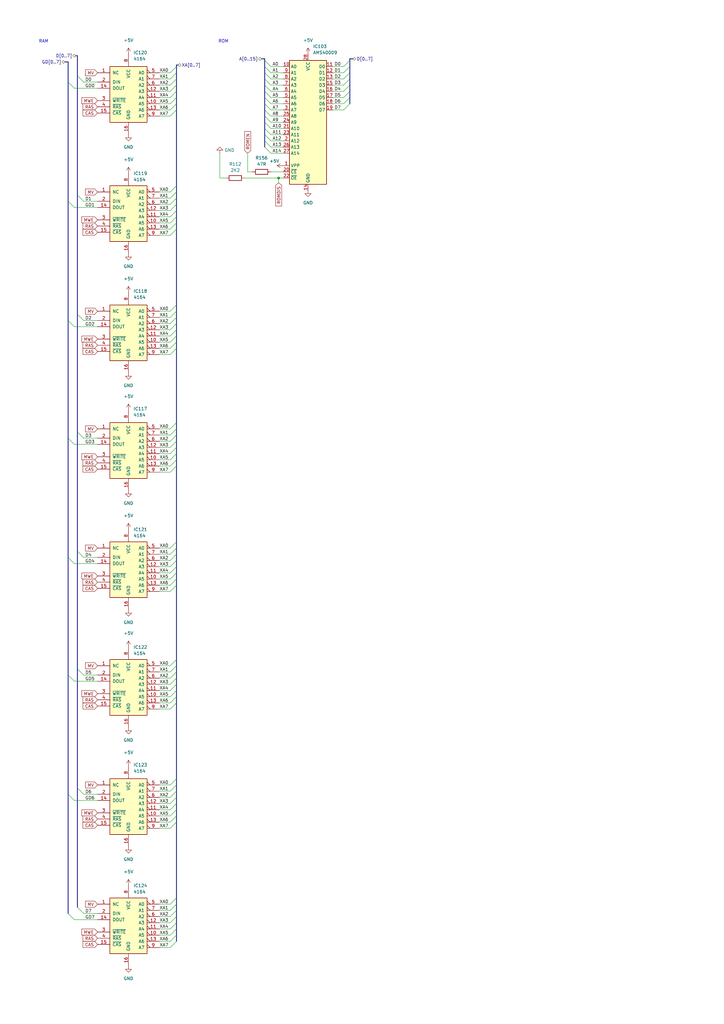
<source format=kicad_sch>
(kicad_sch (version 20211123) (generator eeschema)
  (paper "A3" portrait)
  (lib_symbols
    (symbol "4164_1" (pin_names (offset 1.016))
      (property "Reference" "U" (at -7.62 11.43 0))
      (property "Value" "4164_1" (at -5.08 -13.97 0))
      (symbol "4164_1_1_0"
        (pin bidirectional line (at -12.7 7.62 0) (length 5.08) (name "NC") (number "1"))
        (pin input output_low (at 12.7 -5.08 180) (length 5.08) (name "A5") (number "10"))
        (pin input output_low (at 12.7 -2.54 180) (length 5.08) (name "A4") (number "11"))
        (pin input output_low (at 12.7 0 180) (length 5.08) (name "A3") (number "12"))
        (pin input output_low (at 12.7 -7.62 180) (length 5.08) (name "A6") (number "13"))
        (pin output line (at -12.7 1.27 0) (length 5.08) (name "DOUT") (number "14"))
        (pin input line (at -12.7 -8.89 0) (length 5.08) (name "~{CAS}") (number "15"))
        (pin power_in line (at 0 -17.78 90) (length 5.08) (name "GND") (number "16"))
        (pin input line (at -12.7 3.81 0) (length 5.08) (name "DIN") (number "2"))
        (pin input line (at -12.7 -3.81 0) (length 5.08) (name "~{WRITE}") (number "3"))
        (pin input line (at -12.7 -6.35 0) (length 5.08) (name "~{RAS}") (number "4"))
        (pin input output_low (at 12.7 7.62 180) (length 5.08) (name "A0") (number "5"))
        (pin input output_low (at 12.7 2.54 180) (length 5.08) (name "A2") (number "6"))
        (pin input output_low (at 12.7 5.08 180) (length 5.08) (name "A1") (number "7"))
        (pin power_in line (at 0 15.24 270) (length 5.08) (name "VCC") (number "8"))
        (pin input output_low (at 12.7 -10.16 180) (length 5.08) (name "A7") (number "9"))
      )
      (symbol "4164_1_1_1"
        (rectangle (start -7.62 10.16) (end 7.62 -12.7) (stroke (width 0.254)) (fill (type background)))
      )
    )
    (symbol "4164_2" (pin_names (offset 1.016))
      (property "Reference" "U" (at -7.62 11.43 0))
      (property "Value" "4164_2" (at -5.08 -13.97 0))
      (symbol "4164_2_1_0"
        (pin bidirectional line (at -12.7 7.62 0) (length 5.08) (name "NC") (number "1"))
        (pin input output_low (at 12.7 -5.08 180) (length 5.08) (name "A5") (number "10"))
        (pin input output_low (at 12.7 -2.54 180) (length 5.08) (name "A4") (number "11"))
        (pin input output_low (at 12.7 0 180) (length 5.08) (name "A3") (number "12"))
        (pin input output_low (at 12.7 -7.62 180) (length 5.08) (name "A6") (number "13"))
        (pin output line (at -12.7 1.27 0) (length 5.08) (name "DOUT") (number "14"))
        (pin input line (at -12.7 -8.89 0) (length 5.08) (name "~{CAS}") (number "15"))
        (pin power_in line (at 0 -17.78 90) (length 5.08) (name "GND") (number "16"))
        (pin input line (at -12.7 3.81 0) (length 5.08) (name "DIN") (number "2"))
        (pin input line (at -12.7 -3.81 0) (length 5.08) (name "~{WRITE}") (number "3"))
        (pin input line (at -12.7 -6.35 0) (length 5.08) (name "~{RAS}") (number "4"))
        (pin input output_low (at 12.7 7.62 180) (length 5.08) (name "A0") (number "5"))
        (pin input output_low (at 12.7 2.54 180) (length 5.08) (name "A2") (number "6"))
        (pin input output_low (at 12.7 5.08 180) (length 5.08) (name "A1") (number "7"))
        (pin power_in line (at 0 15.24 270) (length 5.08) (name "VCC") (number "8"))
        (pin input output_low (at 12.7 -10.16 180) (length 5.08) (name "A7") (number "9"))
      )
      (symbol "4164_2_1_1"
        (rectangle (start -7.62 10.16) (end 7.62 -12.7) (stroke (width 0.254)) (fill (type background)))
      )
    )
    (symbol "4164_3" (pin_names (offset 1.016))
      (property "Reference" "U" (at -7.62 11.43 0))
      (property "Value" "4164_3" (at -5.08 -13.97 0))
      (symbol "4164_3_1_0"
        (pin bidirectional line (at -12.7 7.62 0) (length 5.08) (name "NC") (number "1"))
        (pin input output_low (at 12.7 -5.08 180) (length 5.08) (name "A5") (number "10"))
        (pin input output_low (at 12.7 -2.54 180) (length 5.08) (name "A4") (number "11"))
        (pin input output_low (at 12.7 0 180) (length 5.08) (name "A3") (number "12"))
        (pin input output_low (at 12.7 -7.62 180) (length 5.08) (name "A6") (number "13"))
        (pin output line (at -12.7 1.27 0) (length 5.08) (name "DOUT") (number "14"))
        (pin input line (at -12.7 -8.89 0) (length 5.08) (name "~{CAS}") (number "15"))
        (pin power_in line (at 0 -17.78 90) (length 5.08) (name "GND") (number "16"))
        (pin input line (at -12.7 3.81 0) (length 5.08) (name "DIN") (number "2"))
        (pin input line (at -12.7 -3.81 0) (length 5.08) (name "~{WRITE}") (number "3"))
        (pin input line (at -12.7 -6.35 0) (length 5.08) (name "~{RAS}") (number "4"))
        (pin input output_low (at 12.7 7.62 180) (length 5.08) (name "A0") (number "5"))
        (pin input output_low (at 12.7 2.54 180) (length 5.08) (name "A2") (number "6"))
        (pin input output_low (at 12.7 5.08 180) (length 5.08) (name "A1") (number "7"))
        (pin power_in line (at 0 15.24 270) (length 5.08) (name "VCC") (number "8"))
        (pin input output_low (at 12.7 -10.16 180) (length 5.08) (name "A7") (number "9"))
      )
      (symbol "4164_3_1_1"
        (rectangle (start -7.62 10.16) (end 7.62 -12.7) (stroke (width 0.254)) (fill (type background)))
      )
    )
    (symbol "4164_4" (pin_names (offset 1.016))
      (property "Reference" "U" (at -7.62 11.43 0))
      (property "Value" "4164_4" (at -5.08 -13.97 0))
      (symbol "4164_4_1_0"
        (pin bidirectional line (at -12.7 7.62 0) (length 5.08) (name "NC") (number "1"))
        (pin input output_low (at 12.7 -5.08 180) (length 5.08) (name "A5") (number "10"))
        (pin input output_low (at 12.7 -2.54 180) (length 5.08) (name "A4") (number "11"))
        (pin input output_low (at 12.7 0 180) (length 5.08) (name "A3") (number "12"))
        (pin input output_low (at 12.7 -7.62 180) (length 5.08) (name "A6") (number "13"))
        (pin output line (at -12.7 1.27 0) (length 5.08) (name "DOUT") (number "14"))
        (pin input line (at -12.7 -8.89 0) (length 5.08) (name "~{CAS}") (number "15"))
        (pin power_in line (at 0 -17.78 90) (length 5.08) (name "GND") (number "16"))
        (pin input line (at -12.7 3.81 0) (length 5.08) (name "DIN") (number "2"))
        (pin input line (at -12.7 -3.81 0) (length 5.08) (name "~{WRITE}") (number "3"))
        (pin input line (at -12.7 -6.35 0) (length 5.08) (name "~{RAS}") (number "4"))
        (pin input output_low (at 12.7 7.62 180) (length 5.08) (name "A0") (number "5"))
        (pin input output_low (at 12.7 2.54 180) (length 5.08) (name "A2") (number "6"))
        (pin input output_low (at 12.7 5.08 180) (length 5.08) (name "A1") (number "7"))
        (pin power_in line (at 0 15.24 270) (length 5.08) (name "VCC") (number "8"))
        (pin input output_low (at 12.7 -10.16 180) (length 5.08) (name "A7") (number "9"))
      )
      (symbol "4164_4_1_1"
        (rectangle (start -7.62 10.16) (end 7.62 -12.7) (stroke (width 0.254)) (fill (type background)))
      )
    )
    (symbol "4164_5" (pin_names (offset 1.016))
      (property "Reference" "U" (at -7.62 11.43 0))
      (property "Value" "4164_5" (at -5.08 -13.97 0))
      (symbol "4164_5_1_0"
        (pin bidirectional line (at -12.7 7.62 0) (length 5.08) (name "NC") (number "1"))
        (pin input output_low (at 12.7 -5.08 180) (length 5.08) (name "A5") (number "10"))
        (pin input output_low (at 12.7 -2.54 180) (length 5.08) (name "A4") (number "11"))
        (pin input output_low (at 12.7 0 180) (length 5.08) (name "A3") (number "12"))
        (pin input output_low (at 12.7 -7.62 180) (length 5.08) (name "A6") (number "13"))
        (pin output line (at -12.7 1.27 0) (length 5.08) (name "DOUT") (number "14"))
        (pin input line (at -12.7 -8.89 0) (length 5.08) (name "~{CAS}") (number "15"))
        (pin power_in line (at 0 -17.78 90) (length 5.08) (name "GND") (number "16"))
        (pin input line (at -12.7 3.81 0) (length 5.08) (name "DIN") (number "2"))
        (pin input line (at -12.7 -3.81 0) (length 5.08) (name "~{WRITE}") (number "3"))
        (pin input line (at -12.7 -6.35 0) (length 5.08) (name "~{RAS}") (number "4"))
        (pin input output_low (at 12.7 7.62 180) (length 5.08) (name "A0") (number "5"))
        (pin input output_low (at 12.7 2.54 180) (length 5.08) (name "A2") (number "6"))
        (pin input output_low (at 12.7 5.08 180) (length 5.08) (name "A1") (number "7"))
        (pin power_in line (at 0 15.24 270) (length 5.08) (name "VCC") (number "8"))
        (pin input output_low (at 12.7 -10.16 180) (length 5.08) (name "A7") (number "9"))
      )
      (symbol "4164_5_1_1"
        (rectangle (start -7.62 10.16) (end 7.62 -12.7) (stroke (width 0.254)) (fill (type background)))
      )
    )
    (symbol "4164_6" (pin_names (offset 1.016))
      (property "Reference" "U" (at -7.62 11.43 0))
      (property "Value" "4164_6" (at -5.08 -13.97 0))
      (symbol "4164_6_1_0"
        (pin bidirectional line (at -12.7 7.62 0) (length 5.08) (name "NC") (number "1"))
        (pin input output_low (at 12.7 -5.08 180) (length 5.08) (name "A5") (number "10"))
        (pin input output_low (at 12.7 -2.54 180) (length 5.08) (name "A4") (number "11"))
        (pin input output_low (at 12.7 0 180) (length 5.08) (name "A3") (number "12"))
        (pin input output_low (at 12.7 -7.62 180) (length 5.08) (name "A6") (number "13"))
        (pin output line (at -12.7 1.27 0) (length 5.08) (name "DOUT") (number "14"))
        (pin input line (at -12.7 -8.89 0) (length 5.08) (name "~{CAS}") (number "15"))
        (pin power_in line (at 0 -17.78 90) (length 5.08) (name "GND") (number "16"))
        (pin input line (at -12.7 3.81 0) (length 5.08) (name "DIN") (number "2"))
        (pin input line (at -12.7 -3.81 0) (length 5.08) (name "~{WRITE}") (number "3"))
        (pin input line (at -12.7 -6.35 0) (length 5.08) (name "~{RAS}") (number "4"))
        (pin input output_low (at 12.7 7.62 180) (length 5.08) (name "A0") (number "5"))
        (pin input output_low (at 12.7 2.54 180) (length 5.08) (name "A2") (number "6"))
        (pin input output_low (at 12.7 5.08 180) (length 5.08) (name "A1") (number "7"))
        (pin power_in line (at 0 15.24 270) (length 5.08) (name "VCC") (number "8"))
        (pin input output_low (at 12.7 -10.16 180) (length 5.08) (name "A7") (number "9"))
      )
      (symbol "4164_6_1_1"
        (rectangle (start -7.62 10.16) (end 7.62 -12.7) (stroke (width 0.254)) (fill (type background)))
      )
    )
    (symbol "4164_7" (pin_names (offset 1.016))
      (property "Reference" "U" (at -7.62 11.43 0))
      (property "Value" "4164_7" (at -5.08 -13.97 0))
      (symbol "4164_7_1_0"
        (pin bidirectional line (at -12.7 7.62 0) (length 5.08) (name "NC") (number "1"))
        (pin input output_low (at 12.7 -5.08 180) (length 5.08) (name "A5") (number "10"))
        (pin input output_low (at 12.7 -2.54 180) (length 5.08) (name "A4") (number "11"))
        (pin input output_low (at 12.7 0 180) (length 5.08) (name "A3") (number "12"))
        (pin input output_low (at 12.7 -7.62 180) (length 5.08) (name "A6") (number "13"))
        (pin output line (at -12.7 1.27 0) (length 5.08) (name "DOUT") (number "14"))
        (pin input line (at -12.7 -8.89 0) (length 5.08) (name "~{CAS}") (number "15"))
        (pin power_in line (at 0 -17.78 90) (length 5.08) (name "GND") (number "16"))
        (pin input line (at -12.7 3.81 0) (length 5.08) (name "DIN") (number "2"))
        (pin input line (at -12.7 -3.81 0) (length 5.08) (name "~{WRITE}") (number "3"))
        (pin input line (at -12.7 -6.35 0) (length 5.08) (name "~{RAS}") (number "4"))
        (pin input output_low (at 12.7 7.62 180) (length 5.08) (name "A0") (number "5"))
        (pin input output_low (at 12.7 2.54 180) (length 5.08) (name "A2") (number "6"))
        (pin input output_low (at 12.7 5.08 180) (length 5.08) (name "A1") (number "7"))
        (pin power_in line (at 0 15.24 270) (length 5.08) (name "VCC") (number "8"))
        (pin input output_low (at 12.7 -10.16 180) (length 5.08) (name "A7") (number "9"))
      )
      (symbol "4164_7_1_1"
        (rectangle (start -7.62 10.16) (end 7.62 -12.7) (stroke (width 0.254)) (fill (type background)))
      )
    )
    (symbol "Amstrad:4164" (pin_names (offset 1.016))
      (property "Reference" "U" (at -7.62 11.43 0))
      (property "Value" "4164" (at -5.08 -13.97 0))
      (symbol "4164_1_0"
        (pin bidirectional line (at -12.7 7.62 0) (length 5.08) (name "NC") (number "1"))
        (pin input output_low (at 12.7 -5.08 180) (length 5.08) (name "A5") (number "10"))
        (pin input output_low (at 12.7 -2.54 180) (length 5.08) (name "A4") (number "11"))
        (pin input output_low (at 12.7 0 180) (length 5.08) (name "A3") (number "12"))
        (pin input output_low (at 12.7 -7.62 180) (length 5.08) (name "A6") (number "13"))
        (pin output line (at -12.7 1.27 0) (length 5.08) (name "DOUT") (number "14"))
        (pin input line (at -12.7 -8.89 0) (length 5.08) (name "~{CAS}") (number "15"))
        (pin power_in line (at 0 -17.78 90) (length 5.08) (name "GND") (number "16"))
        (pin input line (at -12.7 3.81 0) (length 5.08) (name "DIN") (number "2"))
        (pin input line (at -12.7 -3.81 0) (length 5.08) (name "~{WRITE}") (number "3"))
        (pin input line (at -12.7 -6.35 0) (length 5.08) (name "~{RAS}") (number "4"))
        (pin input output_low (at 12.7 7.62 180) (length 5.08) (name "A0") (number "5"))
        (pin input output_low (at 12.7 2.54 180) (length 5.08) (name "A2") (number "6"))
        (pin input output_low (at 12.7 5.08 180) (length 5.08) (name "A1") (number "7"))
        (pin power_in line (at 0 15.24 270) (length 5.08) (name "VCC") (number "8"))
        (pin input output_low (at 12.7 -10.16 180) (length 5.08) (name "A7") (number "9"))
      )
      (symbol "4164_1_1"
        (rectangle (start -7.62 10.16) (end 7.62 -12.7) (stroke (width 0.254)) (fill (type background)))
      )
    )
    (symbol "Device:R" (pin_numbers hide) (pin_names (offset 0))
      (property "Reference" "R" (at 2.032 0 90))
      (property "Value" "R" (at 0 0 90))
      (symbol "R_0_1"
        (rectangle (start -1.016 -2.54) (end 1.016 2.54) (stroke (width 0.254)))
      )
      (symbol "R_1_1"
        (pin passive line (at 0 3.81 270) (length 1.27) (name "~") (number "1"))
        (pin passive line (at 0 -3.81 90) (length 1.27) (name "~") (number "2"))
      )
    )
    (symbol "Memory_EPROM:27C256"
      (property "Reference" "U" (at -7.62 26.67 0))
      (property "Value" "27C256" (at 2.54 -26.67 0))
      (symbol "27C256_1_1"
        (rectangle (start -7.62 25.4) (end 7.62 -25.4) (stroke (width 0.254)) (fill (type background)))
        (pin input line (at -10.16 -17.78 0) (length 2.54) (name "VPP") (number "1"))
        (pin input line (at -10.16 22.86 0) (length 2.54) (name "A0") (number "10"))
        (pin tri_state line (at 10.16 22.86 180) (length 2.54) (name "D0") (number "11"))
        (pin tri_state line (at 10.16 20.32 180) (length 2.54) (name "D1") (number "12"))
        (pin tri_state line (at 10.16 17.78 180) (length 2.54) (name "D2") (number "13"))
        (pin power_in line (at 0 -27.94 90) (length 2.54) (name "GND") (number "14"))
        (pin tri_state line (at 10.16 15.24 180) (length 2.54) (name "D3") (number "15"))
        (pin tri_state line (at 10.16 12.7 180) (length 2.54) (name "D4") (number "16"))
        (pin tri_state line (at 10.16 10.16 180) (length 2.54) (name "D5") (number "17"))
        (pin tri_state line (at 10.16 7.62 180) (length 2.54) (name "D6") (number "18"))
        (pin tri_state line (at 10.16 5.08 180) (length 2.54) (name "D7") (number "19"))
        (pin input line (at -10.16 -7.62 0) (length 2.54) (name "A12") (number "2"))
        (pin input line (at -10.16 -20.32 0) (length 2.54) (name "~{CE}") (number "20"))
        (pin input line (at -10.16 -2.54 0) (length 2.54) (name "A10") (number "21"))
        (pin input line (at -10.16 -22.86 0) (length 2.54) (name "~{OE}") (number "22"))
        (pin input line (at -10.16 -5.08 0) (length 2.54) (name "A11") (number "23"))
        (pin input line (at -10.16 0 0) (length 2.54) (name "A9") (number "24"))
        (pin input line (at -10.16 2.54 0) (length 2.54) (name "A8") (number "25"))
        (pin input line (at -10.16 -10.16 0) (length 2.54) (name "A13") (number "26"))
        (pin input line (at -10.16 -12.7 0) (length 2.54) (name "A14") (number "27"))
        (pin power_in line (at 0 27.94 270) (length 2.54) (name "VCC") (number "28"))
        (pin input line (at -10.16 5.08 0) (length 2.54) (name "A7") (number "3"))
        (pin input line (at -10.16 7.62 0) (length 2.54) (name "A6") (number "4"))
        (pin input line (at -10.16 10.16 0) (length 2.54) (name "A5") (number "5"))
        (pin input line (at -10.16 12.7 0) (length 2.54) (name "A4") (number "6"))
        (pin input line (at -10.16 15.24 0) (length 2.54) (name "A3") (number "7"))
        (pin input line (at -10.16 17.78 0) (length 2.54) (name "A2") (number "8"))
        (pin input line (at -10.16 20.32 0) (length 2.54) (name "A1") (number "9"))
      )
    )
    (symbol "power:+5V" (power) (pin_names (offset 0))
      (property "Value" "+5V" (at 0 3.556 0))
      (symbol "+5V_0_1"
        (polyline (pts (xy -0.762 1.27) (xy 0 2.54)))
        (polyline (pts (xy 0 0) (xy 0 2.54)))
        (polyline (pts (xy 0 2.54) (xy 0.762 1.27)))
      )
      (symbol "+5V_1_1"
        (pin power_in line (at 0 0 90) (length 0) hide (name "+5V") (number "1"))
      )
    )
    (symbol "power:GND" (power) (pin_names (offset 0))
      (property "Value" "GND" (at 0 -3.81 0))
      (symbol "GND_0_1"
        (polyline (pts (xy 0 0) (xy 0 -1.27) (xy 1.27 -1.27) (xy 0 -2.54) (xy -1.27 -1.27) (xy 0 -1.27)))
      )
      (symbol "GND_1_1"
        (pin power_in line (at 0 0 270) (length 0) hide (name "GND") (number "1"))
      )
    )
  )
  (junction (at 114.3 73.025))
  (bus_entry (at 69.85 45.085) (size 2.54 -2.54))
  (bus_entry (at 27.94 33.655) (size 2.54 2.54))
  (bus_entry (at 31.75 31.115) (size 2.54 2.54))
  (bus_entry (at 108.585 52.705) (size 2.54 2.54))
  (bus_entry (at 69.85 130.175) (size 2.54 -2.54))
  (bus_entry (at 69.85 332.105) (size 2.54 -2.54))
  (bus_entry (at 69.85 240.03) (size 2.54 -2.54))
  (bus_entry (at 69.85 88.9) (size 2.54 -2.54))
  (bus_entry (at 69.85 175.895) (size 2.54 -2.54))
  (bus_entry (at 69.85 280.67) (size 2.54 -2.54))
  (bus_entry (at 69.85 334.645) (size 2.54 -2.54))
  (bus_entry (at 69.85 180.975) (size 2.54 -2.54))
  (bus_entry (at 69.85 242.57) (size 2.54 -2.54))
  (bus_entry (at 69.85 370.84) (size 2.54 -2.54))
  (bus_entry (at 69.85 232.41) (size 2.54 -2.54))
  (bus_entry (at 69.85 78.74) (size 2.54 -2.54))
  (bus_entry (at 69.85 186.055) (size 2.54 -2.54))
  (bus_entry (at 31.75 177.165) (size 2.54 2.54))
  (bus_entry (at 69.85 42.545) (size 2.54 -2.54))
  (bus_entry (at 69.85 193.675) (size 2.54 -2.54))
  (bus_entry (at 69.85 93.98) (size 2.54 -2.54))
  (bus_entry (at 69.85 188.595) (size 2.54 -2.54))
  (bus_entry (at 69.85 142.875) (size 2.54 -2.54))
  (bus_entry (at 108.585 37.465) (size 2.54 2.54))
  (bus_entry (at 108.585 50.165) (size 2.54 2.54))
  (bus_entry (at 108.585 29.845) (size 2.54 2.54))
  (bus_entry (at 108.585 34.925) (size 2.54 2.54))
  (bus_entry (at 108.585 57.785) (size 2.54 2.54))
  (bus_entry (at 108.585 60.325) (size 2.54 2.54))
  (bus_entry (at 108.585 55.245) (size 2.54 2.54))
  (bus_entry (at 69.85 327.025) (size 2.54 -2.54))
  (bus_entry (at 108.585 42.545) (size 2.54 2.54))
  (bus_entry (at 69.85 135.255) (size 2.54 -2.54))
  (bus_entry (at 69.85 339.725) (size 2.54 -2.54))
  (bus_entry (at 108.585 40.005) (size 2.54 2.54))
  (bus_entry (at 108.585 32.385) (size 2.54 2.54))
  (bus_entry (at 69.85 96.52) (size 2.54 -2.54))
  (bus_entry (at 69.85 32.385) (size 2.54 -2.54))
  (bus_entry (at 140.97 32.385) (size 2.54 -2.54))
  (bus_entry (at 69.85 224.79) (size 2.54 -2.54))
  (bus_entry (at 27.94 179.705) (size 2.54 2.54))
  (bus_entry (at 69.85 86.36) (size 2.54 -2.54))
  (bus_entry (at 27.94 325.755) (size 2.54 2.54))
  (bus_entry (at 69.85 40.005) (size 2.54 -2.54))
  (bus_entry (at 27.94 82.55) (size 2.54 2.54))
  (bus_entry (at 69.85 91.44) (size 2.54 -2.54))
  (bus_entry (at 69.85 137.795) (size 2.54 -2.54))
  (bus_entry (at 108.585 24.765) (size 2.54 2.54))
  (bus_entry (at 69.85 278.13) (size 2.54 -2.54))
  (bus_entry (at 69.85 321.945) (size 2.54 -2.54))
  (bus_entry (at 31.75 274.32) (size 2.54 2.54))
  (bus_entry (at 69.85 375.92) (size 2.54 -2.54))
  (bus_entry (at 69.85 81.28) (size 2.54 -2.54))
  (bus_entry (at 69.85 283.21) (size 2.54 -2.54))
  (bus_entry (at 69.85 378.46) (size 2.54 -2.54))
  (bus_entry (at 69.85 381) (size 2.54 -2.54))
  (bus_entry (at 69.85 47.625) (size 2.54 -2.54))
  (bus_entry (at 31.75 323.215) (size 2.54 2.54))
  (bus_entry (at 140.97 37.465) (size 2.54 -2.54))
  (bus_entry (at 69.85 273.05) (size 2.54 -2.54))
  (bus_entry (at 108.585 27.305) (size 2.54 2.54))
  (bus_entry (at 69.85 140.335) (size 2.54 -2.54))
  (bus_entry (at 27.94 131.445) (size 2.54 2.54))
  (bus_entry (at 140.97 34.925) (size 2.54 -2.54))
  (bus_entry (at 69.85 383.54) (size 2.54 -2.54))
  (bus_entry (at 140.97 40.005) (size 2.54 -2.54))
  (bus_entry (at 140.97 29.845) (size 2.54 -2.54))
  (bus_entry (at 69.85 324.485) (size 2.54 -2.54))
  (bus_entry (at 31.75 128.905) (size 2.54 2.54))
  (bus_entry (at 69.85 178.435) (size 2.54 -2.54))
  (bus_entry (at 69.85 386.08) (size 2.54 -2.54))
  (bus_entry (at 69.85 227.33) (size 2.54 -2.54))
  (bus_entry (at 69.85 285.75) (size 2.54 -2.54))
  (bus_entry (at 69.85 234.95) (size 2.54 -2.54))
  (bus_entry (at 69.85 29.845) (size 2.54 -2.54))
  (bus_entry (at 69.85 83.82) (size 2.54 -2.54))
  (bus_entry (at 27.94 228.6) (size 2.54 2.54))
  (bus_entry (at 31.75 226.06) (size 2.54 2.54))
  (bus_entry (at 140.97 27.305) (size 2.54 -2.54))
  (bus_entry (at 69.85 329.565) (size 2.54 -2.54))
  (bus_entry (at 69.85 191.135) (size 2.54 -2.54))
  (bus_entry (at 27.94 374.65) (size 2.54 2.54))
  (bus_entry (at 69.85 229.87) (size 2.54 -2.54))
  (bus_entry (at 108.585 47.625) (size 2.54 2.54))
  (bus_entry (at 69.85 37.465) (size 2.54 -2.54))
  (bus_entry (at 69.85 132.715) (size 2.54 -2.54))
  (bus_entry (at 140.97 42.545) (size 2.54 -2.54))
  (bus_entry (at 69.85 290.83) (size 2.54 -2.54))
  (bus_entry (at 69.85 388.62) (size 2.54 -2.54))
  (bus_entry (at 69.85 34.925) (size 2.54 -2.54))
  (bus_entry (at 69.85 127.635) (size 2.54 -2.54))
  (bus_entry (at 69.85 183.515) (size 2.54 -2.54))
  (bus_entry (at 108.585 45.085) (size 2.54 2.54))
  (bus_entry (at 31.75 80.01) (size 2.54 2.54))
  (bus_entry (at 69.85 288.29) (size 2.54 -2.54))
  (bus_entry (at 69.85 337.185) (size 2.54 -2.54))
  (bus_entry (at 140.97 45.085) (size 2.54 -2.54))
  (bus_entry (at 69.85 145.415) (size 2.54 -2.54))
  (bus_entry (at 69.85 237.49) (size 2.54 -2.54))
  (bus_entry (at 27.94 276.86) (size 2.54 2.54))
  (bus_entry (at 31.75 372.11) (size 2.54 2.54))
  (bus_entry (at 69.85 275.59) (size 2.54 -2.54))
  (bus_entry (at 69.85 373.38) (size 2.54 -2.54))
  (bus (pts (xy 72.39 135.255) (xy 72.39 137.795)))
  (wire (pts (xy 65.405 45.085) (xy 69.85 45.085)))
  (wire (pts (xy 101.6 62.865) (xy 101.6 70.485)))
  (bus (pts (xy 31.75 22.86) (xy 31.75 31.115)))
  (bus (pts (xy 72.39 191.135) (xy 72.39 222.25)))
  (bus (pts (xy 72.39 45.085) (xy 72.39 76.2)))
  (wire (pts (xy 111.125 52.705) (xy 116.205 52.705)))
  (wire (pts (xy 114.3 73.025) (xy 114.3 74.93)))
  (wire (pts (xy 30.48 36.195) (xy 40.005 36.195)))
  (bus (pts (xy 72.39 29.845) (xy 72.39 32.385)))
  (wire (pts (xy 34.29 276.86) (xy 40.005 276.86)))
  (bus (pts (xy 27.94 325.755) (xy 27.94 374.65)))
  (bus (pts (xy 72.39 273.05) (xy 72.39 275.59)))
  (wire (pts (xy 65.405 329.565) (xy 69.85 329.565)))
  (wire (pts (xy 65.405 145.415) (xy 69.85 145.415)))
  (bus (pts (xy 72.39 240.03) (xy 72.39 270.51)))
  (bus (pts (xy 27.94 25.4) (xy 27.94 33.655)))
  (bus (pts (xy 72.39 370.84) (xy 72.39 373.38)))
  (bus (pts (xy 72.39 78.74) (xy 72.39 81.28)))
  (wire (pts (xy 65.405 191.135) (xy 69.85 191.135)))
  (wire (pts (xy 65.405 132.715) (xy 69.85 132.715)))
  (bus (pts (xy 72.39 319.405) (xy 72.39 321.945)))
  (wire (pts (xy 65.405 130.175) (xy 69.85 130.175)))
  (wire (pts (xy 65.405 332.105) (xy 69.85 332.105)))
  (bus (pts (xy 108.585 34.925) (xy 108.585 37.465)))
  (wire (pts (xy 65.405 275.59) (xy 69.85 275.59)))
  (wire (pts (xy 65.405 232.41) (xy 69.85 232.41)))
  (wire (pts (xy 111.125 34.925) (xy 116.205 34.925)))
  (bus (pts (xy 31.75 31.115) (xy 31.75 80.01)))
  (bus (pts (xy 72.39 173.355) (xy 72.39 175.895)))
  (bus (pts (xy 143.51 40.005) (xy 143.51 42.545)))
  (bus (pts (xy 27.94 82.55) (xy 27.94 131.445)))
  (wire (pts (xy 65.405 234.95) (xy 69.85 234.95)))
  (wire (pts (xy 65.405 224.79) (xy 69.85 224.79)))
  (bus (pts (xy 143.51 29.845) (xy 143.51 32.385)))
  (bus (pts (xy 72.39 125.095) (xy 72.39 127.635)))
  (wire (pts (xy 65.405 381) (xy 69.85 381)))
  (bus (pts (xy 108.585 50.165) (xy 108.585 52.705)))
  (bus (pts (xy 72.39 76.2) (xy 72.39 78.74)))
  (bus (pts (xy 72.39 337.185) (xy 72.39 368.3)))
  (wire (pts (xy 30.48 231.14) (xy 40.005 231.14)))
  (bus (pts (xy 143.51 37.465) (xy 143.51 40.005)))
  (bus (pts (xy 72.39 368.3) (xy 72.39 370.84)))
  (bus (pts (xy 108.585 29.845) (xy 108.585 32.385)))
  (wire (pts (xy 111.125 45.085) (xy 116.205 45.085)))
  (wire (pts (xy 111.125 60.325) (xy 116.205 60.325)))
  (wire (pts (xy 65.405 93.98) (xy 69.85 93.98)))
  (bus (pts (xy 108.585 55.245) (xy 108.585 57.785)))
  (bus (pts (xy 72.39 334.645) (xy 72.39 337.185)))
  (bus (pts (xy 72.39 234.95) (xy 72.39 237.49)))
  (wire (pts (xy 65.405 334.645) (xy 69.85 334.645)))
  (wire (pts (xy 65.405 88.9) (xy 69.85 88.9)))
  (bus (pts (xy 72.39 34.925) (xy 72.39 37.465)))
  (bus (pts (xy 72.39 381) (xy 72.39 383.54)))
  (bus (pts (xy 72.39 229.87) (xy 72.39 232.41)))
  (bus (pts (xy 26.67 25.4) (xy 27.94 25.4)))
  (bus (pts (xy 143.51 32.385) (xy 143.51 34.925)))
  (bus (pts (xy 27.94 131.445) (xy 27.94 179.705)))
  (bus (pts (xy 72.39 130.175) (xy 72.39 132.715)))
  (bus (pts (xy 72.39 40.005) (xy 72.39 42.545)))
  (wire (pts (xy 111.125 37.465) (xy 116.205 37.465)))
  (bus (pts (xy 72.39 288.29) (xy 72.39 319.405)))
  (wire (pts (xy 65.405 32.385) (xy 69.85 32.385)))
  (wire (pts (xy 65.405 324.485) (xy 69.85 324.485)))
  (bus (pts (xy 72.39 227.33) (xy 72.39 229.87)))
  (bus (pts (xy 72.39 373.38) (xy 72.39 375.92)))
  (bus (pts (xy 72.39 186.055) (xy 72.39 188.595)))
  (wire (pts (xy 65.405 337.185) (xy 69.85 337.185)))
  (wire (pts (xy 65.405 188.595) (xy 69.85 188.595)))
  (wire (pts (xy 65.405 339.725) (xy 69.85 339.725)))
  (wire (pts (xy 65.405 242.57) (xy 69.85 242.57)))
  (wire (pts (xy 65.405 96.52) (xy 69.85 96.52)))
  (wire (pts (xy 30.48 85.09) (xy 40.005 85.09)))
  (bus (pts (xy 27.94 276.86) (xy 27.94 325.755)))
  (bus (pts (xy 108.585 40.005) (xy 108.585 42.545)))
  (bus (pts (xy 143.51 24.765) (xy 143.51 27.305)))
  (bus (pts (xy 72.39 329.565) (xy 72.39 332.105)))
  (bus (pts (xy 72.39 332.105) (xy 72.39 334.645)))
  (bus (pts (xy 72.39 222.25) (xy 72.39 224.79)))
  (bus (pts (xy 72.39 327.025) (xy 72.39 329.565)))
  (wire (pts (xy 65.405 40.005) (xy 69.85 40.005)))
  (bus (pts (xy 108.585 52.705) (xy 108.585 55.245)))
  (wire (pts (xy 103.505 70.485) (xy 101.6 70.485)))
  (wire (pts (xy 30.48 279.4) (xy 40.005 279.4)))
  (bus (pts (xy 72.39 93.98) (xy 72.39 125.095)))
  (wire (pts (xy 34.29 33.655) (xy 40.005 33.655)))
  (bus (pts (xy 72.39 283.21) (xy 72.39 285.75)))
  (wire (pts (xy 65.405 280.67) (xy 69.85 280.67)))
  (wire (pts (xy 65.405 42.545) (xy 69.85 42.545)))
  (bus (pts (xy 72.39 26.67) (xy 72.39 27.305)))
  (wire (pts (xy 65.405 278.13) (xy 69.85 278.13)))
  (wire (pts (xy 65.405 375.92) (xy 69.85 375.92)))
  (bus (pts (xy 72.39 237.49) (xy 72.39 240.03)))
  (wire (pts (xy 111.125 62.865) (xy 116.205 62.865)))
  (wire (pts (xy 65.405 34.925) (xy 69.85 34.925)))
  (wire (pts (xy 65.405 229.87) (xy 69.85 229.87)))
  (wire (pts (xy 111.125 47.625) (xy 116.205 47.625)))
  (wire (pts (xy 65.405 47.625) (xy 69.85 47.625)))
  (bus (pts (xy 72.39 183.515) (xy 72.39 186.055)))
  (wire (pts (xy 136.525 42.545) (xy 140.97 42.545)))
  (wire (pts (xy 65.405 178.435) (xy 69.85 178.435)))
  (wire (pts (xy 65.405 237.49) (xy 69.85 237.49)))
  (bus (pts (xy 72.39 127.635) (xy 72.39 130.175)))
  (wire (pts (xy 65.405 86.36) (xy 69.85 86.36)))
  (bus (pts (xy 72.39 178.435) (xy 72.39 180.975)))
  (wire (pts (xy 136.525 27.305) (xy 140.97 27.305)))
  (bus (pts (xy 108.585 57.785) (xy 108.585 60.325)))
  (bus (pts (xy 108.585 24.13) (xy 108.585 24.765)))
  (wire (pts (xy 65.405 373.38) (xy 69.85 373.38)))
  (bus (pts (xy 72.39 232.41) (xy 72.39 234.95)))
  (wire (pts (xy 34.29 374.65) (xy 40.005 374.65)))
  (wire (pts (xy 111.125 42.545) (xy 116.205 42.545)))
  (bus (pts (xy 72.39 137.795) (xy 72.39 140.335)))
  (wire (pts (xy 136.525 45.085) (xy 140.97 45.085)))
  (wire (pts (xy 136.525 34.925) (xy 140.97 34.925)))
  (bus (pts (xy 72.39 275.59) (xy 72.39 278.13)))
  (wire (pts (xy 65.405 135.255) (xy 69.85 135.255)))
  (bus (pts (xy 31.115 22.86) (xy 31.75 22.86)))
  (bus (pts (xy 72.39 375.92) (xy 72.39 378.46)))
  (wire (pts (xy 65.405 137.795) (xy 69.85 137.795)))
  (wire (pts (xy 34.29 179.705) (xy 40.005 179.705)))
  (wire (pts (xy 111.125 50.165) (xy 116.205 50.165)))
  (wire (pts (xy 65.405 288.29) (xy 69.85 288.29)))
  (bus (pts (xy 72.39 180.975) (xy 72.39 183.515)))
  (wire (pts (xy 65.405 175.895) (xy 69.85 175.895)))
  (wire (pts (xy 65.405 193.675) (xy 69.85 193.675)))
  (bus (pts (xy 72.39 224.79) (xy 72.39 227.33)))
  (wire (pts (xy 65.405 78.74) (xy 69.85 78.74)))
  (wire (pts (xy 65.405 227.33) (xy 69.85 227.33)))
  (bus (pts (xy 31.75 274.32) (xy 31.75 323.215)))
  (bus (pts (xy 72.39 91.44) (xy 72.39 93.98)))
  (bus (pts (xy 108.585 32.385) (xy 108.585 34.925)))
  (bus (pts (xy 108.585 37.465) (xy 108.585 40.005)))
  (wire (pts (xy 136.525 32.385) (xy 140.97 32.385)))
  (wire (pts (xy 65.405 285.75) (xy 69.85 285.75)))
  (wire (pts (xy 65.405 180.975) (xy 69.85 180.975)))
  (bus (pts (xy 72.39 27.305) (xy 72.39 29.845)))
  (wire (pts (xy 65.405 29.845) (xy 69.85 29.845)))
  (bus (pts (xy 108.585 42.545) (xy 108.585 45.085)))
  (bus (pts (xy 27.94 33.655) (xy 27.94 82.55)))
  (wire (pts (xy 100.33 73.025) (xy 114.3 73.025)))
  (wire (pts (xy 30.48 133.985) (xy 40.005 133.985)))
  (wire (pts (xy 34.29 82.55) (xy 40.005 82.55)))
  (wire (pts (xy 65.405 290.83) (xy 69.85 290.83)))
  (bus (pts (xy 108.585 24.765) (xy 108.585 27.305)))
  (wire (pts (xy 30.48 182.245) (xy 40.005 182.245)))
  (wire (pts (xy 65.405 383.54) (xy 69.85 383.54)))
  (wire (pts (xy 65.405 81.28) (xy 69.85 81.28)))
  (wire (pts (xy 65.405 378.46) (xy 69.85 378.46)))
  (bus (pts (xy 108.585 27.305) (xy 108.585 29.845)))
  (bus (pts (xy 143.51 27.305) (xy 143.51 29.845)))
  (bus (pts (xy 72.39 86.36) (xy 72.39 88.9)))
  (wire (pts (xy 34.29 325.755) (xy 40.005 325.755)))
  (wire (pts (xy 111.125 70.485) (xy 116.205 70.485)))
  (bus (pts (xy 108.585 47.625) (xy 108.585 50.165)))
  (bus (pts (xy 108.585 45.085) (xy 108.585 47.625)))
  (wire (pts (xy 136.525 29.845) (xy 140.97 29.845)))
  (bus (pts (xy 72.39 132.715) (xy 72.39 135.255)))
  (bus (pts (xy 27.94 179.705) (xy 27.94 228.6)))
  (wire (pts (xy 65.405 91.44) (xy 69.85 91.44)))
  (wire (pts (xy 136.525 37.465) (xy 140.97 37.465)))
  (bus (pts (xy 144.78 24.13) (xy 143.51 24.13)))
  (wire (pts (xy 65.405 388.62) (xy 69.85 388.62)))
  (bus (pts (xy 31.75 128.905) (xy 31.75 177.165)))
  (bus (pts (xy 72.39 324.485) (xy 72.39 327.025)))
  (wire (pts (xy 34.29 131.445) (xy 40.005 131.445)))
  (bus (pts (xy 27.94 228.6) (xy 27.94 276.86)))
  (wire (pts (xy 65.405 370.84) (xy 69.85 370.84)))
  (wire (pts (xy 34.29 228.6) (xy 40.005 228.6)))
  (wire (pts (xy 30.48 377.19) (xy 40.005 377.19)))
  (bus (pts (xy 72.39 378.46) (xy 72.39 381)))
  (bus (pts (xy 72.39 83.82) (xy 72.39 86.36)))
  (bus (pts (xy 72.39 32.385) (xy 72.39 34.925)))
  (wire (pts (xy 111.125 57.785) (xy 116.205 57.785)))
  (bus (pts (xy 73.025 26.67) (xy 72.39 26.67)))
  (wire (pts (xy 65.405 127.635) (xy 69.85 127.635)))
  (bus (pts (xy 143.51 24.13) (xy 143.51 24.765)))
  (wire (pts (xy 65.405 37.465) (xy 69.85 37.465)))
  (wire (pts (xy 136.525 40.005) (xy 140.97 40.005)))
  (wire (pts (xy 90.17 62.865) (xy 90.17 73.025)))
  (bus (pts (xy 72.39 285.75) (xy 72.39 288.29)))
  (wire (pts (xy 111.125 29.845) (xy 116.205 29.845)))
  (wire (pts (xy 65.405 386.08) (xy 69.85 386.08)))
  (wire (pts (xy 65.405 321.945) (xy 69.85 321.945)))
  (bus (pts (xy 72.39 280.67) (xy 72.39 283.21)))
  (bus (pts (xy 72.39 42.545) (xy 72.39 45.085)))
  (wire (pts (xy 65.405 142.875) (xy 69.85 142.875)))
  (bus (pts (xy 72.39 188.595) (xy 72.39 191.135)))
  (wire (pts (xy 111.125 27.305) (xy 116.205 27.305)))
  (bus (pts (xy 107.315 24.13) (xy 108.585 24.13)))
  (wire (pts (xy 65.405 273.05) (xy 69.85 273.05)))
  (wire (pts (xy 92.71 73.025) (xy 90.17 73.025)))
  (wire (pts (xy 65.405 83.82) (xy 69.85 83.82)))
  (bus (pts (xy 72.39 140.335) (xy 72.39 142.875)))
  (bus (pts (xy 31.75 80.01) (xy 31.75 128.905)))
  (bus (pts (xy 72.39 88.9) (xy 72.39 91.44)))
  (bus (pts (xy 72.39 321.945) (xy 72.39 324.485)))
  (bus (pts (xy 72.39 37.465) (xy 72.39 40.005)))
  (wire (pts (xy 114.3 73.025) (xy 116.205 73.025)))
  (wire (pts (xy 65.405 186.055) (xy 69.85 186.055)))
  (bus (pts (xy 31.75 226.06) (xy 31.75 274.32)))
  (bus (pts (xy 31.75 323.215) (xy 31.75 372.11)))
  (wire (pts (xy 65.405 240.03) (xy 69.85 240.03)))
  (bus (pts (xy 72.39 270.51) (xy 72.39 273.05)))
  (wire (pts (xy 111.125 40.005) (xy 116.205 40.005)))
  (bus (pts (xy 72.39 175.895) (xy 72.39 178.435)))
  (wire (pts (xy 65.405 283.21) (xy 69.85 283.21)))
  (wire (pts (xy 65.405 327.025) (xy 69.85 327.025)))
  (wire (pts (xy 111.125 55.245) (xy 116.205 55.245)))
  (wire (pts (xy 65.405 183.515) (xy 69.85 183.515)))
  (bus (pts (xy 143.51 34.925) (xy 143.51 37.465)))
  (bus (pts (xy 72.39 383.54) (xy 72.39 386.08)))
  (bus (pts (xy 72.39 278.13) (xy 72.39 280.67)))
  (wire (pts (xy 65.405 140.335) (xy 69.85 140.335)))
  (wire (pts (xy 111.125 32.385) (xy 116.205 32.385)))
  (bus (pts (xy 31.75 177.165) (xy 31.75 226.06)))
  (bus (pts (xy 72.39 142.875) (xy 72.39 173.355)))
  (bus (pts (xy 72.39 81.28) (xy 72.39 83.82)))
  (wire (pts (xy 30.48 328.295) (xy 40.005 328.295)))
  (text "RAM" (at 15.875 17.78 0) (effects (font (size 1.27 1.27)) (justify left bottom)))
  (text "ROM" (at 89.535 17.78 0) (effects (font (size 1.27 1.27)) (justify left bottom)))
  (label "XA2" (at 65.405 132.715 0))
  (label "GD3" (at 34.925 182.245 0))
  (label "XA2" (at 65.405 327.025 0))
  (label "XA1" (at 65.405 275.59 0))
  (label "XA4" (at 65.405 234.95 0))
  (label "A7" (at 111.76 45.085 0))
  (label "D4" (at 137.16 37.465 0))
  (label "XA5" (at 65.405 285.75 0))
  (label "XA6" (at 65.405 337.185 0))
  (label "GD4" (at 34.925 231.14 0))
  (label "XA6" (at 65.405 45.085 0))
  (label "A4" (at 111.76 37.465 0))
  (label "XA2" (at 65.405 34.925 0))
  (label "D2" (at 137.16 32.385 0))
  (label "A6" (at 111.76 42.545 0))
  (label "XA5" (at 65.405 383.54 0))
  (label "XA0" (at 65.405 273.05 0))
  (label "XA7" (at 65.405 242.57 0))
  (label "XA0" (at 65.405 78.74 0))
  (label "XA4" (at 65.405 88.9 0))
  (label "D4" (at 34.925 228.6 0))
  (label "GD1" (at 34.925 85.09 0))
  (label "XA5" (at 65.405 237.49 0))
  (label "XA3" (at 65.405 378.46 0))
  (label "XA6" (at 65.405 191.135 0))
  (label "XA3" (at 65.405 135.255 0))
  (label "XA2" (at 65.405 229.87 0))
  (label "A0" (at 111.76 27.305 0))
  (label "XA3" (at 65.405 232.41 0))
  (label "GD7" (at 34.925 377.19 0))
  (label "XA7" (at 65.405 47.625 0))
  (label "XA2" (at 65.405 83.82 0))
  (label "XA1" (at 65.405 130.175 0))
  (label "XA0" (at 65.405 224.79 0))
  (label "D1" (at 34.925 82.55 0))
  (label "A10" (at 111.76 52.705 0))
  (label "XA4" (at 65.405 283.21 0))
  (label "XA3" (at 65.405 280.67 0))
  (label "XA7" (at 65.405 339.725 0))
  (label "XA5" (at 65.405 42.545 0))
  (label "D5" (at 137.16 40.005 0))
  (label "A5" (at 111.76 40.005 0))
  (label "XA1" (at 65.405 324.485 0))
  (label "XA4" (at 65.405 137.795 0))
  (label "XA6" (at 65.405 93.98 0))
  (label "D0" (at 34.925 33.655 0))
  (label "XA4" (at 65.405 381 0))
  (label "XA0" (at 65.405 175.895 0))
  (label "XA5" (at 65.405 140.335 0))
  (label "XA0" (at 65.405 370.84 0))
  (label "A2" (at 111.76 32.385 0))
  (label "XA1" (at 65.405 373.38 0))
  (label "XA2" (at 65.405 180.975 0))
  (label "XA1" (at 65.405 227.33 0))
  (label "XA7" (at 65.405 388.62 0))
  (label "GD2" (at 34.925 133.985 0))
  (label "XA7" (at 65.405 290.83 0))
  (label "GD6" (at 34.925 328.295 0))
  (label "XA6" (at 65.405 386.08 0))
  (label "XA3" (at 65.405 183.515 0))
  (label "XA0" (at 65.405 127.635 0))
  (label "XA5" (at 65.405 188.595 0))
  (label "XA5" (at 65.405 91.44 0))
  (label "XA1" (at 65.405 178.435 0))
  (label "D6" (at 137.16 42.545 0))
  (label "D2" (at 34.925 131.445 0))
  (label "XA3" (at 65.405 329.565 0))
  (label "XA0" (at 65.405 29.845 0))
  (label "GD5" (at 34.925 279.4 0))
  (label "A3" (at 111.76 34.925 0))
  (label "XA2" (at 65.405 375.92 0))
  (label "A1" (at 111.76 29.845 0))
  (label "D5" (at 34.925 276.86 0))
  (label "A8" (at 111.76 47.625 0))
  (label "XA1" (at 65.405 81.28 0))
  (label "XA0" (at 65.405 321.945 0))
  (label "XA2" (at 65.405 278.13 0))
  (label "XA1" (at 65.405 32.385 0))
  (label "XA3" (at 65.405 86.36 0))
  (label "D7" (at 34.925 374.65 0))
  (label "A14" (at 111.76 62.865 0))
  (label "GD0" (at 34.925 36.195 0))
  (label "XA3" (at 65.405 37.465 0))
  (label "A13" (at 111.76 60.325 0))
  (label "D0" (at 137.16 27.305 0))
  (label "A9" (at 111.76 50.165 0))
  (label "XA6" (at 65.405 142.875 0))
  (label "D7" (at 137.16 45.085 0))
  (label "XA6" (at 65.405 288.29 0))
  (label "XA4" (at 65.405 332.105 0))
  (label "XA4" (at 65.405 40.005 0))
  (label "A12" (at 111.76 57.785 0))
  (label "XA4" (at 65.405 186.055 0))
  (label "A11" (at 111.76 55.245 0))
  (label "XA7" (at 65.405 193.675 0))
  (label "D3" (at 137.16 34.925 0))
  (label "D6" (at 34.925 325.755 0))
  (label "D3" (at 34.925 179.705 0))
  (label "XA5" (at 65.405 334.645 0))
  (label "D1" (at 137.16 29.845 0))
  (label "XA7" (at 65.405 145.415 0))
  (label "XA7" (at 65.405 96.52 0))
  (label "XA6" (at 65.405 240.03 0))
  (global_label "CAS" (shape input) (at 40.005 46.355 180) (property "Intersheet References" "${INTERSHEET_REFS}" (effects hide)))
  (global_label "MWE" (shape input) (at 40.005 139.065 180) (property "Intersheet References" "${INTERSHEET_REFS}" (effects hide)))
  (global_label "RAS" (shape input) (at 40.005 335.915 180) (property "Intersheet References" "${INTERSHEET_REFS}" (effects hide)))
  (global_label "MWE" (shape input) (at 40.005 236.22 180) (property "Intersheet References" "${INTERSHEET_REFS}" (effects hide)))
  (global_label "MWE" (shape input) (at 40.005 333.375 180) (property "Intersheet References" "${INTERSHEET_REFS}" (effects hide)))
  (global_label "RAS" (shape input) (at 40.005 287.02 180) (property "Intersheet References" "${INTERSHEET_REFS}" (effects hide)))
  (global_label "MWE" (shape input) (at 40.005 382.27 180) (property "Intersheet References" "${INTERSHEET_REFS}" (effects hide)))
  (global_label "MV" (shape input) (at 40.005 127.635 180) (property "Intersheet References" "${INTERSHEET_REFS}" (effects hide)))
  (global_label "RAS" (shape input) (at 40.005 92.71 180) (property "Intersheet References" "${INTERSHEET_REFS}" (effects hide)))
  (global_label "MV" (shape input) (at 40.005 224.79 180) (property "Intersheet References" "${INTERSHEET_REFS}" (effects hide)))
  (global_label "CAS" (shape input) (at 40.005 192.405 180) (property "Intersheet References" "${INTERSHEET_REFS}" (effects hide)))
  (global_label "RAS" (shape input) (at 40.005 43.815 180) (property "Intersheet References" "${INTERSHEET_REFS}" (effects hide)))
  (global_label "MWE" (shape input) (at 40.005 187.325 180) (property "Intersheet References" "${INTERSHEET_REFS}" (effects hide)))
  (global_label "MWE" (shape input) (at 40.005 41.275 180) (property "Intersheet References" "${INTERSHEET_REFS}" (effects hide)))
  (global_label "RAS" (shape input) (at 40.005 384.81 180) (property "Intersheet References" "${INTERSHEET_REFS}" (effects hide)))
  (global_label "RAS" (shape input) (at 40.005 141.605 180) (property "Intersheet References" "${INTERSHEET_REFS}" (effects hide)))
  (global_label "CAS" (shape input) (at 40.005 95.25 180) (property "Intersheet References" "${INTERSHEET_REFS}" (effects hide)))
  (global_label "CAS" (shape input) (at 40.005 144.145 180) (property "Intersheet References" "${INTERSHEET_REFS}" (effects hide)))
  (global_label "MV" (shape input) (at 40.005 29.845 180) (property "Intersheet References" "${INTERSHEET_REFS}" (effects hide)))
  (global_label "CAS" (shape input) (at 40.005 338.455 180) (property "Intersheet References" "${INTERSHEET_REFS}" (effects hide)))
  (global_label "ROMDIS" (shape input) (at 114.3 74.93 270) (property "Intersheet References" "${INTERSHEET_REFS}" (effects hide)))
  (global_label "MV" (shape input) (at 40.005 175.895 180) (property "Intersheet References" "${INTERSHEET_REFS}" (effects hide)))
  (global_label "MV" (shape input) (at 40.005 78.74 180) (property "Intersheet References" "${INTERSHEET_REFS}" (effects hide)))
  (global_label "CAS" (shape input) (at 40.005 241.3 180) (property "Intersheet References" "${INTERSHEET_REFS}" (effects hide)))
  (global_label "RAS" (shape input) (at 40.005 238.76 180) (property "Intersheet References" "${INTERSHEET_REFS}" (effects hide)))
  (global_label "MV" (shape input) (at 40.005 273.05 180) (property "Intersheet References" "${INTERSHEET_REFS}" (effects hide)))
  (global_label "MV" (shape input) (at 40.005 321.945 180) (property "Intersheet References" "${INTERSHEET_REFS}" (effects hide)))
  (global_label "MWE" (shape input) (at 40.005 284.48 180) (property "Intersheet References" "${INTERSHEET_REFS}" (effects hide)))
  (global_label "RAS" (shape input) (at 40.005 189.865 180) (property "Intersheet References" "${INTERSHEET_REFS}" (effects hide)))
  (global_label "CAS" (shape input) (at 40.005 289.56 180) (property "Intersheet References" "${INTERSHEET_REFS}" (effects hide)))
  (global_label "CAS" (shape input) (at 40.005 387.35 180) (property "Intersheet References" "${INTERSHEET_REFS}" (effects hide)))
  (global_label "MV" (shape input) (at 40.005 370.84 180) (property "Intersheet References" "${INTERSHEET_REFS}" (effects hide)))
  (global_label "MWE" (shape input) (at 40.005 90.17 180) (property "Intersheet References" "${INTERSHEET_REFS}" (effects hide)))
  (global_label "ROMEN" (shape input) (at 101.6 62.865 90) (property "Intersheet References" "${INTERSHEET_REFS}" (effects hide)))
  (hierarchical_label "A[0..15]" (shape bidirectional) (at 107.315 24.13 180))
  (hierarchical_label "D[0..7]" (shape bidirectional) (at 31.115 22.86 180))
  (hierarchical_label "XA[0..7]" (shape bidirectional) (at 73.025 26.67 0))
  (hierarchical_label "GD[0..7]" (shape bidirectional) (at 26.67 25.4 180))
  (hierarchical_label "D[0..7]" (shape bidirectional) (at 144.78 24.13 0))
  (symbol (lib_name "4164_4") (lib_id "Amstrad:4164") (at 52.705 232.41 0) (unit 1)
    (property "Reference" "IC121" (at 54.7244 217.17 0) (effects (justify left)))
    (property "Value" "4164" (at 54.7244 219.71 0) (effects (justify left)))
    (property "Footprint" "Package_DIP:DIP-16_W7.62mm" (effects hide))
  )
  (symbol (lib_name "4164_1") (lib_id "Amstrad:4164") (at 52.705 37.465 0) (unit 1)
    (property "Reference" "IC120" (at 54.7244 21.59 0) (effects (justify left)))
    (property "Value" "4164" (at 54.7244 24.13 0) (effects (justify left)))
    (property "Footprint" "Package_DIP:DIP-16_W7.62mm" (effects hide))
  )
  (symbol (lib_id "power:+5V") (at 52.705 314.325 0) (unit 1)
    (property "Reference" "#PWR0197" (effects hide))
    (property "Value" "+5V" (at 52.705 308.61 0))
  )
  (symbol (lib_id "power:GND") (at 52.705 347.345 0) (unit 1)
    (property "Reference" "#PWR0194" (effects hide))
    (property "Value" "GND" (at 52.705 352.425 0))
  )
  (symbol (lib_id "power:GND") (at 52.705 153.035 0) (unit 1)
    (property "Reference" "#PWR0188" (effects hide))
    (property "Value" "GND" (at 52.705 158.115 0))
  )
  (symbol (lib_id "Device:R") (at 96.52 73.025 270) (unit 1)
    (property "Reference" "R112" (at 96.52 67.31 90))
    (property "Value" "2K2" (at 96.52 69.85 90))
    (property "Footprint" "Resistor_SMD:R_0805_2012Metric" (effects hide))
    (property "LCSC" "C114561" (effects hide))
  )
  (symbol (lib_id "power:GND") (at 90.17 62.865 180) (unit 1)
    (property "Reference" "#PWR0181" (effects hide))
    (property "Value" "GND" (at 92.075 61.5949 0) (effects (justify right)))
  )
  (symbol (lib_id "power:+5V") (at 126.365 22.225 0) (unit 1)
    (property "Reference" "#PWR0182" (effects hide))
    (property "Value" "+5V" (at 126.365 16.51 0))
  )
  (symbol (lib_name "4164_7") (lib_id "Amstrad:4164") (at 52.705 280.67 0) (unit 1)
    (property "Reference" "IC122" (at 54.7244 265.43 0) (effects (justify left)))
    (property "Value" "4164" (at 54.7244 267.97 0) (effects (justify left)))
    (property "Footprint" "Package_DIP:DIP-16_W7.62mm" (effects hide))
  )
  (symbol (lib_name "4164_2") (lib_id "Amstrad:4164") (at 52.705 86.36 0) (unit 1)
    (property "Reference" "IC119" (at 54.7244 71.12 0) (effects (justify left)))
    (property "Value" "4164" (at 54.7244 73.66 0) (effects (justify left)))
    (property "Footprint" "Package_DIP:DIP-16_W7.62mm" (effects hide))
  )
  (symbol (lib_id "power:GND") (at 52.705 250.19 0) (unit 1)
    (property "Reference" "#PWR0192" (effects hide))
    (property "Value" "GND" (at 52.705 255.27 0))
  )
  (symbol (lib_id "power:+5V") (at 116.205 67.945 90) (unit 1)
    (property "Reference" "#PWR0200" (effects hide))
    (property "Value" "+5V" (at 110.49 66.04 90) (effects (justify right)))
  )
  (symbol (lib_id "power:+5V") (at 52.705 22.225 0) (unit 1)
    (property "Reference" "#PWR0180" (effects hide))
    (property "Value" "+5V" (at 52.705 16.51 0))
  )
  (symbol (lib_id "power:+5V") (at 52.705 120.015 0) (unit 1)
    (property "Reference" "#PWR0185" (effects hide))
    (property "Value" "+5V" (at 52.705 114.3 0))
  )
  (symbol (lib_id "power:+5V") (at 52.705 363.22 0) (unit 1)
    (property "Reference" "#PWR0195" (effects hide))
    (property "Value" "+5V" (at 52.705 357.505 0))
  )
  (symbol (lib_id "Memory_EPROM:27C256") (at 126.365 50.165 0) (unit 1)
    (property "Reference" "IC103" (at 128.3844 19.05 0) (effects (justify left)))
    (property "Value" "AMS40009" (at 128.3844 21.59 0) (effects (justify left)))
    (property "Footprint" "Package_DIP:DIP-28_W15.24mm" (effects hide))
    (property "Datasheet" "http://ww1.microchip.com/downloads/en/DeviceDoc/doc0014.pdf" (effects hide))
  )
  (symbol (lib_name "4164_3") (lib_id "Amstrad:4164") (at 52.705 135.255 0) (unit 1)
    (property "Reference" "IC118" (at 54.7244 119.38 0) (effects (justify left)))
    (property "Value" "4164" (at 54.7244 121.92 0) (effects (justify left)))
    (property "Footprint" "Package_DIP:DIP-16_W7.62mm" (effects hide))
  )
  (symbol (lib_id "power:GND") (at 52.705 104.14 0) (unit 1)
    (property "Reference" "#PWR0184" (effects hide))
    (property "Value" "GND" (at 52.705 109.22 0))
  )
  (symbol (lib_id "Device:R") (at 107.315 70.485 270) (unit 1)
    (property "Reference" "R156" (at 107.315 64.77 90))
    (property "Value" "47R" (at 107.315 67.31 90))
    (property "Footprint" "Resistor_SMD:R_0805_2012Metric" (effects hide))
    (property "LCSC" "C114541" (effects hide))
  )
  (symbol (lib_id "power:GND") (at 52.705 55.245 0) (unit 1)
    (property "Reference" "#PWR0186" (effects hide))
    (property "Value" "GND" (at 52.705 60.325 0))
  )
  (symbol (lib_id "power:+5V") (at 52.705 71.12 0) (unit 1)
    (property "Reference" "#PWR0187" (effects hide))
    (property "Value" "+5V" (at 52.705 65.405 0))
  )
  (symbol (lib_id "Amstrad:4164") (at 52.705 183.515 0) (unit 1)
    (property "Reference" "IC117" (at 54.7244 167.64 0) (effects (justify left)))
    (property "Value" "4164" (at 54.7244 170.18 0) (effects (justify left)))
    (property "Footprint" "Package_DIP:DIP-16_W7.62mm" (effects hide))
  )
  (symbol (lib_id "power:+5V") (at 52.705 168.275 0) (unit 1)
    (property "Reference" "#PWR0189" (effects hide))
    (property "Value" "+5V" (at 52.705 162.56 0))
  )
  (symbol (lib_id "power:GND") (at 126.365 78.105 0) (unit 1)
    (property "Reference" "#PWR0183" (effects hide))
    (property "Value" "GND" (at 126.365 83.185 0))
  )
  (symbol (lib_id "power:+5V") (at 52.705 265.43 0) (unit 1)
    (property "Reference" "#PWR0193" (effects hide))
    (property "Value" "+5V" (at 52.705 259.715 0))
  )
  (symbol (lib_name "4164_6") (lib_id "Amstrad:4164") (at 52.705 378.46 0) (unit 1)
    (property "Reference" "IC124" (at 54.7244 363.22 0) (effects (justify left)))
    (property "Value" "4164" (at 54.7244 365.76 0) (effects (justify left)))
    (property "Footprint" "Package_DIP:DIP-16_W7.62mm" (effects hide))
  )
  (symbol (lib_id "power:GND") (at 52.705 396.24 0) (unit 1)
    (property "Reference" "#PWR0196" (effects hide))
    (property "Value" "GND" (at 52.705 401.32 0))
  )
  (symbol (lib_id "power:GND") (at 52.705 298.45 0) (unit 1)
    (property "Reference" "#PWR0198" (effects hide))
    (property "Value" "GND" (at 52.705 303.53 0))
  )
  (symbol (lib_id "power:+5V") (at 52.705 217.17 0) (unit 1)
    (property "Reference" "#PWR0191" (effects hide))
    (property "Value" "+5V" (at 52.705 211.455 0))
  )
  (symbol (lib_id "power:GND") (at 52.705 201.295 0) (unit 1)
    (property "Reference" "#PWR0190" (effects hide))
    (property "Value" "GND" (at 52.705 206.375 0))
  )
  (symbol (lib_name "4164_5") (lib_id "Amstrad:4164") (at 52.705 329.565 0) (unit 1)
    (property "Reference" "IC123" (at 54.7244 313.69 0) (effects (justify left)))
    (property "Value" "4164" (at 54.7244 316.23 0) (effects (justify left)))
    (property "Footprint" "Package_DIP:DIP-16_W7.62mm" (effects hide))
  )
)
</source>
